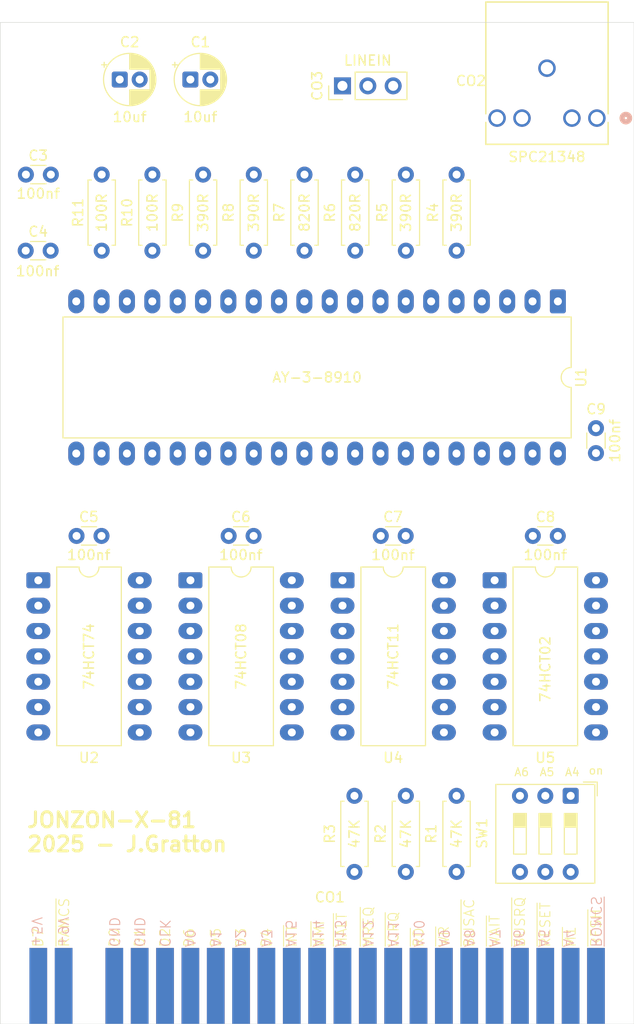
<source format=kicad_pcb>
(kicad_pcb (version 20241229) (generator "pcbnew") (generator_version "9.0")
  (layers (0 "F.Cu" signal) (2 "B.Cu" signal) (13 "F.Paste" user) (15 "B.Paste" user) (5 "F.SilkS" user "F.Silkscreen") (7 "B.SilkS" user "B.Silkscreen") (1 "F.Mask" user) (3 "B.Mask" user) (25 "Edge.Cuts" user))
  (net 0 "")
  (net 1 "Net-(C1-Pad2)")
  (net 2 "Net-(C1-Pad1)")
  (net 3 "Net-(C2-Pad1)")
  (net 4 "Net-(C2-Pad2)")
  (net 5 "GND")
  (net 6 "VCC")
  (net 7 "/CLK")
  (net 8 "/D2")
  (net 9 "/D7")
  (net 10 "Net-(CO3-Pin_2)")
  (net 11 "/D5")
  (net 12 "Net-(CO3-Pin_1)")
  (net 16 "/A5")
  (net 20 "/~{RESET}")
  (net 22 "/A7")
  (net 25 "/D4")
  (net 27 "/A4")
  (net 28 "/A3")
  (net 29 "/~{RD}")
  (net 30 "/D6")
  (net 31 "/A6")
  (net 32 "/A2")
  (net 33 "/~{IOREQ}")
  (net 35 "/A1")
  (net 36 "/A0")
  (net 37 "/D3")
  (net 39 "/D0")
  (net 40 "/~{WR}")
  (net 41 "/D1")
  (net 48 "Net-(R1-Pad2)")
  (net 49 "Net-(R2-Pad2)")
  (net 50 "Net-(R3-Pad2)")
  (net 51 "/OUTB")
  (net 52 "/OUTA")
  (net 53 "/OUTC")
  (net 68 "/PSGCLK")
  (net 69 "/BDIR")
  (net 73 "/BC1")
  (net 77 "/VALID")
  (net 78 "/IORD")
  (net 79 "/IOWR")
  (net 85 "Net-(U2A-D)")
  (net 86 "Net-(U3-Pad6)")
  (net 88 "Net-(U3-Pad11)")
  (net 89 "Net-(U4-Pad12)")
  (net 90 "Net-(U4-Pad5)")
  (net 91 "Net-(U5-Pad11)")
  (footprint "Capacitor_THT:C_Disc_D3.0mm_W1.6mm_P2.50mm" (layer "F.Cu") (at 59.71 99.695)
    (property "Reference" "C5" (at 1.23 -1.905 0) (layer "F.SilkS"))
    (property "Value" "100nf" (at 1.23 1.905 0) (layer "F.SilkS"))
    (pad "1" thru_hole circle (at 0 0) (size 1.6 1.6) (drill 0.8) (layers "*.Cu" "*.Mask") (net 6 "VCC"))
    (pad "2" thru_hole circle (at 2.5 0) (size 1.6 1.6) (drill 0.8) (layers "*.Cu" "*.Mask") (net 5 "GND"))
  )
  (footprint "Resistor_THT:R_Axial_DIN0207_L6.3mm_D2.5mm_P7.62mm_Horizontal" (layer "F.Cu") (at 97.79 71.12 90)
    (property "Reference" "R4" (at 3.81 -2.37 90) (layer "F.SilkS"))
    (property "Value" "390R" (at 3.81 0 90) (layer "F.SilkS"))
    (pad "1" thru_hole circle (at 0 0 90) (size 1.6 1.6) (drill 0.8) (layers "*.Cu" "*.Mask") (net 52 "/OUTA"))
    (pad "2" thru_hole circle (at 7.62 0 90) (size 1.6 1.6) (drill 0.8) (layers "*.Cu" "*.Mask") (net 2 "Net-(C1-Pad1)"))
  )
  (footprint "Package_DIP:DIP-40_W15.24mm_LongPads" (layer "F.Cu") (at 107.94 76.2 -90)
    (property "Reference" "U1" (at 7.62 -2.33 90) (layer "F.SilkS"))
    (property "Value" "AY-3-8910" (at 7.615 24.125 180) (layer "F.SilkS"))
    (pad "1" thru_hole roundrect (at 0 0 270) (size 2.4 1.6) (drill 0.8) (layers "*.Cu" "*.Mask") (roundrect_rratio 0.15625) (net 5 "GND"))
    (pad "2" thru_hole oval (at 0 2.54 270) (size 2.4 1.6) (drill 0.8) (layers "*.Cu" "*.Mask"))
    (pad "3" thru_hole oval (at 0 5.08 270) (size 2.4 1.6) (drill 0.8) (layers "*.Cu" "*.Mask") (net 51 "/OUTB"))
    (pad "4" thru_hole oval (at 0 7.62 270) (size 2.4 1.6) (drill 0.8) (layers "*.Cu" "*.Mask") (net 52 "/OUTA"))
    (pad "5" thru_hole oval (at 0 10.16 270) (size 2.4 1.6) (drill 0.8) (layers "*.Cu" "*.Mask"))
    (pad "6" thru_hole oval (at 0 12.7 270) (size 2.4 1.6) (drill 0.8) (layers "*.Cu" "*.Mask"))
    (pad "7" thru_hole oval (at 0 15.24 270) (size 2.4 1.6) (drill 0.8) (layers "*.Cu" "*.Mask"))
    (pad "8" thru_hole oval (at 0 17.78 270) (size 2.4 1.6) (drill 0.8) (layers "*.Cu" "*.Mask"))
    (pad "9" thru_hole oval (at 0 20.32 270) (size 2.4 1.6) (drill 0.8) (layers "*.Cu" "*.Mask"))
    (pad "10" thru_hole oval (at 0 22.86 270) (size 2.4 1.6) (drill 0.8) (layers "*.Cu" "*.Mask"))
    (pad "11" thru_hole oval (at 0 25.4 270) (size 2.4 1.6) (drill 0.8) (layers "*.Cu" "*.Mask"))
    (pad "12" thru_hole oval (at 0 27.94 270) (size 2.4 1.6) (drill 0.8) (layers "*.Cu" "*.Mask"))
    (pad "13" thru_hole oval (at 0 30.48 270) (size 2.4 1.6) (drill 0.8) (layers "*.Cu" "*.Mask"))
    (pad "14" thru_hole oval (at 0 33.02 270) (size 2.4 1.6) (drill 0.8) (layers "*.Cu" "*.Mask"))
    (pad "15" thru_hole oval (at 0 35.56 270) (size 2.4 1.6) (drill 0.8) (layers "*.Cu" "*.Mask"))
    (pad "16" thru_hole oval (at 0 38.1 270) (size 2.4 1.6) (drill 0.8) (layers "*.Cu" "*.Mask"))
    (pad "17" thru_hole oval (at 0 40.64 270) (size 2.4 1.6) (drill 0.8) (layers "*.Cu" "*.Mask"))
    (pad "18" thru_hole oval (at 0 43.18 270) (size 2.4 1.6) (drill 0.8) (layers "*.Cu" "*.Mask"))
    (pad "19" thru_hole oval (at 0 45.72 270) (size 2.4 1.6) (drill 0.8) (layers "*.Cu" "*.Mask"))
    (pad "20" thru_hole oval (at 0 48.26 270) (size 2.4 1.6) (drill 0.8) (layers "*.Cu" "*.Mask"))
    (pad "21" thru_hole oval (at 15.24 48.26 270) (size 2.4 1.6) (drill 0.8) (layers "*.Cu" "*.Mask"))
    (pad "22" thru_hole oval (at 15.24 45.72 270) (size 2.4 1.6) (drill 0.8) (layers "*.Cu" "*.Mask") (net 68 "/PSGCLK"))
    (pad "23" thru_hole oval (at 15.24 43.18 270) (size 2.4 1.6) (drill 0.8) (layers "*.Cu" "*.Mask") (net 20 "/~{RESET}"))
    (pad "24" thru_hole oval (at 15.24 40.64 270) (size 2.4 1.6) (drill 0.8) (layers "*.Cu" "*.Mask") (net 6 "VCC"))
    (pad "25" thru_hole oval (at 15.24 38.1 270) (size 2.4 1.6) (drill 0.8) (layers "*.Cu" "*.Mask") (net 6 "VCC"))
    (pad "26" thru_hole oval (at 15.24 35.56 270) (size 2.4 1.6) (drill 0.8) (layers "*.Cu" "*.Mask"))
    (pad "27" thru_hole oval (at 15.24 33.02 270) (size 2.4 1.6) (drill 0.8) (layers "*.Cu" "*.Mask") (net 69 "/BDIR"))
    (pad "28" thru_hole oval (at 15.24 30.48 270) (size 2.4 1.6) (drill 0.8) (layers "*.Cu" "*.Mask") (net 6 "VCC"))
    (pad "29" thru_hole oval (at 15.24 27.94 270) (size 2.4 1.6) (drill 0.8) (layers "*.Cu" "*.Mask") (net 73 "/BC1"))
    (pad "30" thru_hole oval (at 15.24 25.4 270) (size 2.4 1.6) (drill 0.8) (layers "*.Cu" "*.Mask") (net 9 "/D7"))
    (pad "31" thru_hole oval (at 15.24 22.86 270) (size 2.4 1.6) (drill 0.8) (layers "*.Cu" "*.Mask") (net 30 "/D6"))
    (pad "32" thru_hole oval (at 15.24 20.32 270) (size 2.4 1.6) (drill 0.8) (layers "*.Cu" "*.Mask") (net 11 "/D5"))
    (pad "33" thru_hole oval (at 15.24 17.78 270) (size 2.4 1.6) (drill 0.8) (layers "*.Cu" "*.Mask") (net 25 "/D4"))
    (pad "34" thru_hole oval (at 15.24 15.24 270) (size 2.4 1.6) (drill 0.8) (layers "*.Cu" "*.Mask") (net 37 "/D3"))
    (pad "35" thru_hole oval (at 15.24 12.7 270) (size 2.4 1.6) (drill 0.8) (layers "*.Cu" "*.Mask") (net 8 "/D2"))
    (pad "36" thru_hole oval (at 15.24 10.16 270) (size 2.4 1.6) (drill 0.8) (layers "*.Cu" "*.Mask") (net 41 "/D1"))
    (pad "37" thru_hole oval (at 15.24 7.62 270) (size 2.4 1.6) (drill 0.8) (layers "*.Cu" "*.Mask") (net 39 "/D0"))
    (pad "38" thru_hole oval (at 15.24 5.08 270) (size 2.4 1.6) (drill 0.8) (layers "*.Cu" "*.Mask") (net 53 "/OUTC"))
    (pad "39" thru_hole oval (at 15.24 2.54 270) (size 2.4 1.6) (drill 0.8) (layers "*.Cu" "*.Mask"))
    (pad "40" thru_hole oval (at 15.24 0 270) (size 2.4 1.6) (drill 0.8) (layers "*.Cu" "*.Mask") (net 6 "VCC"))
  )
  (footprint "Resistor_THT:R_Axial_DIN0207_L6.3mm_D2.5mm_P7.62mm_Horizontal" (layer "F.Cu") (at 62.23 71.12 90)
    (property "Reference" "R11" (at 3.81 -2.37 90) (layer "F.SilkS"))
    (property "Value" "100R" (at 3.81 0 90) (layer "F.SilkS"))
    (pad "1" thru_hole circle (at 0 0 90) (size 1.6 1.6) (drill 0.8) (layers "*.Cu" "*.Mask") (net 4 "Net-(C2-Pad2)"))
    (pad "2" thru_hole circle (at 7.62 0 90) (size 1.6 1.6) (drill 0.8) (layers "*.Cu" "*.Mask") (net 12 "Net-(CO3-Pin_1)"))
  )
  (footprint "Capacitor_THT:C_Disc_D3.0mm_W1.6mm_P2.50mm" (layer "F.Cu") (at 54.635 63.5)
    (property "Reference" "C3" (at 1.235 -1.905 0) (layer "F.SilkS"))
    (property "Value" "100nf" (at 1.235 1.905 0) (layer "F.SilkS"))
    (pad "1" thru_hole circle (at 0 0) (size 1.6 1.6) (drill 0.8) (layers "*.Cu" "*.Mask") (net 10 "Net-(CO3-Pin_2)"))
    (pad "2" thru_hole circle (at 2.5 0) (size 1.6 1.6) (drill 0.8) (layers "*.Cu" "*.Mask") (net 5 "GND"))
  )
  (footprint "Resistor_THT:R_Axial_DIN0207_L6.3mm_D2.5mm_P7.62mm_Horizontal" (layer "F.Cu") (at 87.555 125.73 -90)
    (property "Reference" "R3" (at 3.81 2.47 90) (layer "F.SilkS"))
    (property "Value" "47K" (at 3.81 0 90) (layer "F.SilkS"))
    (pad "1" thru_hole circle (at 0 0 270) (size 1.6 1.6) (drill 0.8) (layers "*.Cu" "*.Mask") (net 6 "VCC"))
    (pad "2" thru_hole circle (at 7.62 0 270) (size 1.6 1.6) (drill 0.8) (layers "*.Cu" "*.Mask") (net 50 "Net-(R3-Pad2)"))
  )
  (footprint "Capacitor_THT:C_Disc_D3.0mm_W1.6mm_P2.50mm" (layer "F.Cu") (at 74.95 99.695)
    (property "Reference" "C6" (at 1.23 -1.905 0) (layer "F.SilkS"))
    (property "Value" "100nf" (at 1.23 1.905 0) (layer "F.SilkS"))
    (pad "1" thru_hole circle (at 0 0) (size 1.6 1.6) (drill 0.8) (layers "*.Cu" "*.Mask") (net 6 "VCC"))
    (pad "2" thru_hole circle (at 2.5 0) (size 1.6 1.6) (drill 0.8) (layers "*.Cu" "*.Mask") (net 5 "GND"))
  )
  (footprint "ZX81_FOOTPRINT:EDGE ZX81 TOP" (layer "F.Cu") (at 85.1096 144.78)
    (property "Reference" "CO1" (at -0.019618 -8.89 0) (layer "F.SilkS"))
    (property "Value" "Connector ZX81" (hide yes))
    (fp_text user "~{RAMCS}" (at -26.638274 -3.81 90) (layer "F.SilkS") (effects (font (thickness 0.1)) (justify left)))
    (fp_text user "D4" (at -6.374618 -3.81 90) (layer "F.SilkS") (effects (font (thickness 0.1)) (justify left)))
    (fp_text user "~{BUSRQ}" (at 19.025382 -3.81 90) (layer "F.SilkS") (effects (font (thickness 0.1)) (justify left)))
    (fp_text user "~{IORQ}" (at 6.35 -3.81 90) (layer "F.SilkS") (effects (font (thickness 0.1)) (justify left)))
    (fp_text user "~{RESET}" (at 21.565382 -3.81 90) (layer "F.SilkS") (effects (font (thickness 0.1)) (justify left)))
    (fp_text user "D3" (at -8.914618 -3.81 90) (layer "F.SilkS") (effects (font (thickness 0.1)) (justify left)))
    (fp_text user "D7" (at -29.234618 -3.81 90) (layer "F.SilkS") (effects (font (thickness 0.1)) (justify left)))
    (fp_text user "~{RD}" (at 8.865382 -3.81 90) (layer "F.SilkS") (effects (font (thickness 0.1)) (justify left)))
    (fp_text user "~{MREQ}" (at 3.85 -3.81 90) (layer "F.SilkS") (effects (font (thickness 0.1)) (justify left)))
    (fp_text user "~{RFSH}" (at 26.65 -3.81 90) (layer "F.SilkS") (effects (font (thickness 0.1)) (justify left)))
    (fp_text user "~{WR}" (at 11.405382 -3.81 90) (layer "F.SilkS") (effects (font (thickness 0.1)) (justify left)))
    (fp_text user "~{INT}" (at -3.834618 -3.81 90) (layer "F.SilkS") (effects (font (thickness 0.1)) (justify left)))
    (fp_text user "~{WAIT}" (at 16.485382 -3.81 90) (layer "F.SilkS") (effects (font (thickness 0.1)) (justify left)))
    (fp_text user "D5" (at -11.454618 -3.81 90) (layer "F.SilkS") (effects (font (thickness 0.1)) (justify left)))
    (fp_text user "~{HALT}" (at 1.161726 -3.81 90) (layer "F.SilkS") (effects (font (thickness 0.1)) (justify left)))
    (fp_text user "D0" (at -21.614618 -3.81 90) (layer "F.SilkS") (effects (font (thickness 0.1)) (justify left)))
    (fp_text user "D1" (at -19.074618 -3.81 90) (layer "F.SilkS") (effects (font (thickness 0.1)) (justify left)))
    (fp_text user "~{NMI}" (at -1.088274 -3.81 90) (layer "F.SilkS") (effects (font (thickness 0.1)) (justify left)))
    (fp_text user "~{BUSAC}" (at 13.945382 -3.81 90) (layer "F.SilkS") (effects (font (thickness 0.1)) (justify left)))
    (fp_text user "D2" (at -16.534618 -3.81 90) (layer "F.SilkS") (effects (font (thickness 0.1)) (justify left)))
    (fp_text user "~{M1}" (at 24.105382 -3.81 90) (layer "F.SilkS") (effects (font (thickness 0.1)) (justify left)))
    (fp_text user "D6" (at -14.122522 -3.81 90) (layer "F.SilkS") (effects (font (thickness 0.1)) (justify left)))
    (fp_text user "A4" (at 23.865432 -3.81 270) (layer "B.SilkS") (effects (font (thickness 0.1)) (justify left mirror)))
    (fp_text user "CLK" (at -16.55 -3.81 270) (layer "B.SilkS") (effects (font (thickness 0.1)) (justify left mirror)))
    (fp_text user "A11" (at 6.325382 -3.81 270) (layer "B.SilkS") (effects (font (thickness 0.1)) (justify left mirror)))
    (fp_text user "A15" (at -3.95 -3.81 270) (layer "B.SilkS") (effects (font (thickness 0.1)) (justify left mirror)))
    (fp_text user "GND" (at -19.1 -3.81 270) (layer "B.SilkS") (effects (font (thickness 0.1)) (justify left mirror)))
    (fp_text user "A7" (at 16.485382 -3.81 270) (layer "B.SilkS") (effects (font (thickness 0.1)) (justify left mirror)))
    (fp_text user "+5V" (at -29.4 -3.81 270) (layer "B.SilkS") (effects (font (thickness 0.1)) (justify left mirror)))
    (fp_text user "A5" (at 21.372222 -3.81 270) (layer "B.SilkS") (effects (font (thickness 0.1)) (justify left mirror)))
    (fp_text user "A14" (at -1.25 -3.81 270) (layer "B.SilkS") (effects (font (thickness 0.1)) (justify left mirror)))
    (fp_text user "~{ROMCS}" (at 26.645382 -3.81 270) (layer "B.SilkS") (effects (font (thickness 0.1)) (justify left mirror)))
    (fp_text user "GND" (at -21.614618 -3.81 270) (layer "B.SilkS") (effects (font (thickness 0.1)) (justify left mirror)))
    (fp_text user "A12" (at 3.785382 -3.81 270) (layer "B.SilkS") (effects (font (thickness 0.1)) (justify left mirror)))
    (fp_text user "A10" (at 8.887654 -3.81 270) (layer "B.SilkS") (effects (font (thickness 0.1)) (justify left mirror)))
    (fp_text user "A0" (at -14.05 -3.81 270) (layer "B.SilkS") (effects (font (thickness 0.1)) (justify left mirror)))
    (fp_text user "A2" (at -9 -3.81 270) (layer "B.SilkS") (effects (font (thickness 0.1)) (justify left mirror)))
    (fp_text user "A1" (at -11.45 -3.81 270) (layer "B.SilkS") (effects (font (thickness 0.1)) (justify left mirror)))
    (fp_text user "A8" (at 13.945382 -3.81 270) (layer "B.SilkS") (effects (font (thickness 0.1)) (justify left mirror)))
    (fp_text user "A3" (at -6.374618 -3.81 270) (layer "B.SilkS") (effects (font (thickness 0.1)) (justify left mirror)))
    (fp_text user "A9" (at 11.405382 -3.81 270) (layer "B.SilkS") (effects (font (thickness 0.1)) (justify left mirror)))
    (fp_text user "A13" (at 0.99321 -3.81 270) (layer "B.SilkS") (effects (font (thickness 0.1)) (justify left mirror)))
    (fp_text user "+9V" (at -26.75 -3.81 270) (layer "B.SilkS") (effects (font (thickness 0.1)) (justify left mirror)))
    (fp_text user "A6" (at 18.879012 -3.81 270) (layer "B.SilkS") (effects (font (thickness 0.1)) (justify left mirror)))
    (pad "A3" connect rect (at -29.234618 0 180) (size 1.778 7.62) (layers "B.Cu" "B.Mask") (net 6 "VCC"))
    (pad "A4" connect rect (at -26.694618 0 180) (size 1.778 7.62) (layers "B.Cu" "B.Mask"))
    (pad "A6" connect rect (at -21.614618 0 180) (size 1.778 7.62) (layers "B.Cu" "B.Mask") (net 5 "GND"))
    (pad "A7" connect rect (at -19.074618 0 180) (size 1.778 7.62) (layers "B.Cu" "B.Mask") (net 5 "GND"))
    (pad "A8" connect rect (at -16.534618 0 180) (size 1.778 7.62) (layers "B.Cu" "B.Mask") (net 7 "/CLK"))
    (pad "A9" connect rect (at -13.994618 0 180) (size 1.778 7.62) (layers "B.Cu" "B.Mask") (net 36 "/A0"))
    (pad "A10" connect rect (at -11.454618 0 180) (size 1.778 7.62) (layers "B.Cu" "B.Mask") (net 35 "/A1"))
    (pad "A11" connect rect (at -8.914618 0 180) (size 1.778 7.62) (layers "B.Cu" "B.Mask") (net 32 "/A2"))
    (pad "A12" connect rect (at -6.374618 0 180) (size 1.778 7.62) (layers "B.Cu" "B.Mask") (net 28 "/A3"))
    (pad "A13" connect rect (at -3.834618 0 180) (size 1.778 7.62) (layers "B.Cu" "B.Mask"))
    (pad "A14" connect rect (at -1.294618 0 180) (size 1.778 7.62) (layers "B.Cu" "B.Mask"))
    (pad "A15" connect rect (at 1.245382 0 180) (size 1.778 7.62) (layers "B.Cu" "B.Mask"))
    (pad "A16" connect rect (at 3.785382 0 180) (size 1.778 7.62) (layers "B.Cu" "B.Mask"))
    (pad "A17" connect rect (at 6.325382 0 180) (size 1.778 7.62) (layers "B.Cu" "B.Mask"))
    (pad "A18" connect rect (at 8.865382 0 180) (size 1.778 7.62) (layers "B.Cu" "B.Mask"))
    (pad "A19" connect rect (at 11.405382 0 180) (size 1.778 7.62) (layers "B.Cu" "B.Mask"))
    (pad "A20" connect rect (at 13.945382 0 180) (size 1.778 7.62) (layers "B.Cu" "B.Mask"))
    (pad "A21" connect rect (at 16.485382 0 180) (size 1.778 7.62) (layers "B.Cu" "B.Mask") (net 22 "/A7"))
    (pad "A22" connect rect (at 19.025382 0 180) (size 1.778 7.62) (layers "B.Cu" "B.Mask") (net 31 "/A6"))
    (pad "A23" connect rect (at 21.565382 0 180) (size 1.778 7.62) (layers "B.Cu" "B.Mask") (net 16 "/A5"))
    (pad "A24" connect rect (at 24.105382 0 180) (size 1.778 7.62) (layers "B.Cu" "B.Mask") (net 27 "/A4"))
    (pad "A25" connect rect (at 26.645382 0 180) (size 1.778 7.62) (layers "B.Cu" "B.Mask"))
    (pad "B3" connect rect (at -29.234618 0 180) (size 1.778 7.62) (layers "F.Cu" "F.Mask") (net 9 "/D7"))
    (pad "B4" connect rect (at -26.694618 0 180) (size 1.778 7.62) (layers "F.Cu" "F.Mask"))
    (pad "B6" connect rect (at -21.614618 0 180) (size 1.778 7.62) (layers "F.Cu" "F.Mask") (net 39 "/D0"))
    (pad "B7" connect rect (at -19.074618 0 180) (size 1.778 7.62) (layers "F.Cu" "F.Mask") (net 41 "/D1"))
    (pad "B8" connect rect (at -16.534618 0 180) (size 1.778 7.62) (layers "F.Cu" "F.Mask") (net 8 "/D2"))
    (pad "B9" connect rect (at -13.994618 0 180) (size 1.778 7.62) (layers "F.Cu" "F.Mask") (net 30 "/D6"))
    (pad "B10" connect rect (at -11.454618 0 180) (size 1.778 7.62) (layers "F.Cu" "F.Mask") (net 11 "/D5"))
    (pad "B11" connect rect (at -8.914618 0 180) (size 1.778 7.62) (layers "F.Cu" "F.Mask") (net 37 "/D3"))
    (pad "B12" connect rect (at -6.384618 0 180) (size 1.778 7.62) (layers "F.Cu" "F.Mask") (net 25 "/D4"))
    (pad "B13" connect rect (at -3.834618 0 180) (size 1.778 7.62) (layers "F.Cu" "F.Mask"))
    (pad "B14" connect rect (at -1.294618 0 180) (size 1.778 7.62) (layers "F.Cu" "F.Mask"))
    (pad "B15" connect rect (at 1.245382 0 180) (size 1.778 7.62) (layers "F.Cu" "F.Mask"))
    (pad "B16" connect rect (at 3.785382 0 180) (size 1.778 7.62) (layers "F.Cu" "F.Mask"))
    (pad "B17" connect rect (at 6.325382 0 180) (size 1.778 7.62) (layers "F.Cu" "F.Mask") (net 33 "/~{IOREQ}"))
    (pad "B18" connect rect (at 8.865382 0 180) (size 1.778 7.62) (layers "F.Cu" "F.Mask") (net 29 "/~{RD}"))
    (pad "B19" connect rect (at 11.405382 0 180) (size 1.778 7.62) (layers "F.Cu" "F.Mask") (net 40 "/~{WR}"))
    (pad "B20" connect rect (at 13.945382 0 180) (size 1.778 7.62) (layers "F.Cu" "F.Mask"))
    (pad "B21" connect rect (at 16.485382 0 180) (size 1.778 7.62) (layers "F.Cu" "F.Mask"))
    (pad "B22" connect rect (at 19.025382 0 180) (size 1.778 7.62) (layers "F.Cu" "F.Mask"))
    (pad "B23" connect rect (at 21.565382 0 180) (size 1.778 7.62) (layers "F.Cu" "F.Mask") (net 20 "/~{RESET}"))
    (pad "B24" connect rect (at 24.105382 0 180) (size 1.778 7.62) (layers "F.Cu" "F.Mask"))
    (pad "B25" connect rect (at 26.645382 0 180) (size 1.778 7.62) (layers "F.Cu" "F.Mask"))
  )
  (footprint "Resistor_THT:R_Axial_DIN0207_L6.3mm_D2.5mm_P7.62mm_Horizontal" (layer "F.Cu") (at 97.785 125.73 -90)
    (property "Reference" "R1" (at 3.81 2.54 90) (layer "F.SilkS"))
    (property "Value" "47K" (at 3.81 0 90) (layer "F.SilkS"))
    (pad "1" thru_hole circle (at 0 0 270) (size 1.6 1.6) (drill 0.8) (layers "*.Cu" "*.Mask") (net 6 "VCC"))
    (pad "2" thru_hole circle (at 7.62 0 270) (size 1.6 1.6) (drill 0.8) (layers "*.Cu" "*.Mask") (net 48 "Net-(R1-Pad2)"))
  )
  (footprint "Button_Switch_THT:SW_DIP_SPSTx03_Slide_9.78x9.8mm_W7.62mm_P2.54mm" (layer "F.Cu") (at 109.22 125.73 -90)
    (property "Reference" "SW1" (at 3.7675 8.8825 90) (layer "F.SilkS"))
    (property "Value" "SW_DIP_x03" (hide yes))
    (fp_text user "on" (at -2.54 -2.54 0) (layer "F.SilkS") (effects (font (size 0.8 0.8) (thickness 0.12))))
    (pad "1" thru_hole roundrect (at 0 0 270) (size 1.6 1.6) (drill 0.8) (layers "*.Cu" "*.Mask") (roundrect_rratio 0.15625) (net 50 "Net-(R3-Pad2)"))
    (pad "2" thru_hole circle (at 0 2.54 270) (size 1.6 1.6) (drill 0.8) (layers "*.Cu" "*.Mask") (net 49 "Net-(R2-Pad2)"))
    (pad "3" thru_hole circle (at 0 5.08 270) (size 1.6 1.6) (drill 0.8) (layers "*.Cu" "*.Mask") (net 48 "Net-(R1-Pad2)"))
    (pad "4" thru_hole circle (at 7.62 5.08 270) (size 1.6 1.6) (drill 0.8) (layers "*.Cu" "*.Mask") (net 31 "/A6"))
    (pad "5" thru_hole circle (at 7.62 2.54 270) (size 1.6 1.6) (drill 0.8) (layers "*.Cu" "*.Mask") (net 16 "/A5"))
    (pad "6" thru_hole circle (at 7.62 0 270) (size 1.6 1.6) (drill 0.8) (layers "*.Cu" "*.Mask") (net 27 "/A4"))
  )
  (footprint "Resistor_THT:R_Axial_DIN0207_L6.3mm_D2.5mm_P7.62mm_Horizontal" (layer "F.Cu") (at 77.47 63.5 -90)
    (property "Reference" "R8" (at 3.81 2.535 90) (layer "F.SilkS"))
    (property "Value" "390R" (at 3.81 0 90) (layer "F.SilkS"))
    (pad "1" thru_hole circle (at 0 0 270) (size 1.6 1.6) (drill 0.8) (layers "*.Cu" "*.Mask") (net 2 "Net-(C1-Pad1)"))
    (pad "2" thru_hole circle (at 7.62 0 270) (size 1.6 1.6) (drill 0.8) (layers "*.Cu" "*.Mask") (net 5 "GND"))
  )
  (footprint "Resistor_THT:R_Axial_DIN0207_L6.3mm_D2.5mm_P7.62mm_Horizontal" (layer "F.Cu") (at 92.705 125.73 -90)
    (property "Reference" "R2" (at 3.81 2.54 90) (layer "F.SilkS"))
    (property "Value" "47K" (at 3.81 0 90) (layer "F.SilkS"))
    (pad "1" thru_hole circle (at 0 0 270) (size 1.6 1.6) (drill 0.8) (layers "*.Cu" "*.Mask") (net 6 "VCC"))
    (pad "2" thru_hole circle (at 7.62 0 270) (size 1.6 1.6) (drill 0.8) (layers "*.Cu" "*.Mask") (net 49 "Net-(R2-Pad2)"))
  )
  (footprint "Connector_PinHeader_2.54mm:PinHeader_1x03_P2.54mm_Vertical" (layer "F.Cu") (at 86.355 54.61 90)
    (property "Reference" "CO3" (at 0 -2.535 90) (layer "F.SilkS"))
    (property "Value" "LINEIN" (at 2.54 2.54 0) (layer "F.SilkS"))
    (pad "1" thru_hole rect (at 0 0 90) (size 1.7 1.7) (drill 1) (layers "*.Cu" "*.Mask") (net 12 "Net-(CO3-Pin_1)"))
    (pad "2" thru_hole circle (at 0 2.54 90) (size 1.7 1.7) (drill 1) (layers "*.Cu" "*.Mask") (net 10 "Net-(CO3-Pin_2)"))
    (pad "3" thru_hole circle (at 0 5.08 90) (size 1.7 1.7) (drill 1) (layers "*.Cu" "*.Mask") (net 5 "GND"))
  )
  (footprint "Capacitor_THT:C_Disc_D3.0mm_W1.6mm_P2.50mm" (layer "F.Cu") (at 54.615 71.12)
    (property "Reference" "C4" (at 1.25 -1.905 0) (layer "F.SilkS"))
    (property "Value" "100nf" (at 1.195 2.05 0) (layer "F.SilkS"))
    (pad "1" thru_hole circle (at 0 0) (size 1.6 1.6) (drill 0.8) (layers "*.Cu" "*.Mask") (net 12 "Net-(CO3-Pin_1)"))
    (pad "2" thru_hole circle (at 2.5 0) (size 1.6 1.6) (drill 0.8) (layers "*.Cu" "*.Mask") (net 5 "GND"))
  )
  (footprint "Capacitor_THT:CP_Radial_D5.0mm_P2.00mm" (layer "F.Cu") (at 64.035 53.975)
    (property "Reference" "C2" (at 1 -3.75 0) (layer "F.SilkS"))
    (property "Value" "10uf" (at 1 3.75 0) (layer "F.SilkS"))
    (pad "1" thru_hole roundrect (at 0 0) (size 1.6 1.6) (drill 0.8) (layers "*.Cu" "*.Mask") (roundrect_rratio 0.15625) (net 3 "Net-(C2-Pad1)"))
    (pad "2" thru_hole circle (at 2 0) (size 1.6 1.6) (drill 0.8) (layers "*.Cu" "*.Mask") (net 4 "Net-(C2-Pad2)"))
  )
  (footprint "Resistor_THT:R_Axial_DIN0207_L6.3mm_D2.5mm_P7.62mm_Horizontal" (layer "F.Cu") (at 82.55 63.5 -90)
    (property "Reference" "R7" (at 3.81 2.535 90) (layer "F.SilkS"))
    (property "Value" "820R" (at 3.81 0 90) (layer "F.SilkS"))
    (pad "1" thru_hole circle (at 0 0 270) (size 1.6 1.6) (drill 0.8) (layers "*.Cu" "*.Mask") (net 2 "Net-(C1-Pad1)"))
    (pad "2" thru_hole circle (at 7.62 0 270) (size 1.6 1.6) (drill 0.8) (layers "*.Cu" "*.Mask") (net 53 "/OUTC"))
  )
  (footprint "Resistor_THT:R_Axial_DIN0207_L6.3mm_D2.5mm_P7.62mm_Horizontal" (layer "F.Cu") (at 92.71 71.12 90)
    (property "Reference" "R5" (at 3.81 -2.37 90) (layer "F.SilkS"))
    (property "Value" "390R" (at 3.81 0 90) (layer "F.SilkS"))
    (pad "1" thru_hole circle (at 0 0 90) (size 1.6 1.6) (drill 0.8) (layers "*.Cu" "*.Mask") (net 51 "/OUTB"))
    (pad "2" thru_hole circle (at 7.62 0 90) (size 1.6 1.6) (drill 0.8) (layers "*.Cu" "*.Mask") (net 3 "Net-(C2-Pad1)"))
  )
  (footprint "AudioJack:CONN5_SPC21348_MTC" (layer "F.Cu") (at 111.8451 57.84 180)
    (property "Reference" "CO2" (at 12.62 3.73 0) (layer "F.SilkS"))
    (property "Value" "SPC21348" (at 5 -3.89 0) (layer "F.SilkS"))
    (pad "" np_thru_hole circle (at 0 5 180) (size 1.1938 1.1938) (drill 1.1938) (layers "*.Cu" "*.Mask"))
    (pad "" np_thru_hole circle (at 0 7.5 180) (size 1.1938 1.1938) (drill 1.1938) (layers "*.Cu" "*.Mask"))
    (pad "" np_thru_hole circle (at 5 0 180) (size 1.1938 1.1938) (drill 1.1938) (layers "*.Cu" "*.Mask"))
    (pad "" np_thru_hole circle (at 10 5 180) (size 1.1938 1.1938) (drill 1.1938) (layers "*.Cu" "*.Mask"))
    (pad "" np_thru_hole circle (at 10 7.5 180) (size 1.1938 1.1938) (drill 1.1938) (layers "*.Cu" "*.Mask"))
    (pad "1" thru_hole circle (at 0 0 180) (size 1.7526 1.7526) (drill 1.2446) (layers "*.Cu" "*.Mask"))
    (pad "2" thru_hole circle (at 2.5 0 180) (size 1.7526 1.7526) (drill 1.2446) (layers "*.Cu" "*.Mask") (net 10 "Net-(CO3-Pin_2)"))
    (pad "3" thru_hole circle (at 7.5 0 180) (size 1.7526 1.7526) (drill 1.2446) (layers "*.Cu" "*.Mask") (net 12 "Net-(CO3-Pin_1)"))
    (pad "4" thru_hole circle (at 10 0 180) (size 1.7526 1.7526) (drill 1.2446) (layers "*.Cu" "*.Mask"))
    (pad "5" thru_hole circle (at 5 5 180) (size 1.7526 1.7526) (drill 1.2446) (layers "*.Cu" "*.Mask") (net 5 "GND"))
  )
  (footprint "Package_DIP:DIP-14_W10.16mm_LongPads" (layer "F.Cu") (at 86.36 104.14)
    (property "Reference" "U4" (at 5.075 17.78 0) (layer "F.SilkS"))
    (property "Value" "74HCT11" (at 5.075 7.62 90) (layer "F.SilkS"))
    (pad "1" thru_hole roundrect (at 0 0) (size 2.4 1.6) (drill 0.8) (layers "*.Cu" "*.Mask") (roundrect_rratio 0.15625) (net 28 "/A3"))
    (pad "2" thru_hole oval (at 0 2.54) (size 2.4 1.6) (drill 0.8) (layers "*.Cu" "*.Mask") (net 32 "/A2"))
    (pad "3" thru_hole oval (at 0 5.08) (size 2.4 1.6) (drill 0.8) (layers "*.Cu" "*.Mask") (net 89 "Net-(U4-Pad12)"))
    (pad "4" thru_hole oval (at 0 7.62) (size 2.4 1.6) (drill 0.8) (layers "*.Cu" "*.Mask") (net 36 "/A0"))
    (pad "5" thru_hole oval (at 0 10.16) (size 2.4 1.6) (drill 0.8) (layers "*.Cu" "*.Mask") (net 90 "Net-(U4-Pad5)"))
    (pad "6" thru_hole oval (at 0 12.7) (size 2.4 1.6) (drill 0.8) (layers "*.Cu" "*.Mask") (net 77 "/VALID"))
    (pad "7" thru_hole oval (at 0 15.24) (size 2.4 1.6) (drill 0.8) (layers "*.Cu" "*.Mask") (net 5 "GND"))
    (pad "8" thru_hole oval (at 10.16 15.24) (size 2.4 1.6) (drill 0.8) (layers "*.Cu" "*.Mask") (net 90 "Net-(U4-Pad5)"))
    (pad "9" thru_hole oval (at 10.16 12.7) (size 2.4 1.6) (drill 0.8) (layers "*.Cu" "*.Mask") (net 50 "Net-(R3-Pad2)"))
    (pad "10" thru_hole oval (at 10.16 10.16) (size 2.4 1.6) (drill 0.8) (layers "*.Cu" "*.Mask") (net 49 "Net-(R2-Pad2)"))
    (pad "11" thru_hole oval (at 10.16 7.62) (size 2.4 1.6) (drill 0.8) (layers "*.Cu" "*.Mask") (net 48 "Net-(R1-Pad2)"))
    (pad "12" thru_hole oval (at 10.16 5.08) (size 2.4 1.6) (drill 0.8) (layers "*.Cu" "*.Mask") (net 89 "Net-(U4-Pad12)"))
    (pad "13" thru_hole oval (at 10.16 2.54) (size 2.4 1.6) (drill 0.8) (layers "*.Cu" "*.Mask") (net 35 "/A1"))
    (pad "14" thru_hole oval (at 10.16 0) (size 2.4 1.6) (drill 0.8) (layers "*.Cu" "*.Mask") (net 6 "VCC"))
  )
  (footprint "Package_DIP:DIP-14_W10.16mm_LongPads" (layer "F.Cu") (at 101.6 104.14)
    (property "Reference" "U5" (at 5.075 17.78 0) (layer "F.SilkS"))
    (property "Value" "74HCT02" (at 5.075 8.89 90) (layer "F.SilkS"))
    (pad "1" thru_hole roundrect (at 0 0) (size 2.4 1.6) (drill 0.8) (layers "*.Cu" "*.Mask") (roundrect_rratio 0.15625) (net 79 "/IOWR"))
    (pad "2" thru_hole oval (at 0 2.54) (size 2.4 1.6) (drill 0.8) (layers "*.Cu" "*.Mask") (net 33 "/~{IOREQ}"))
    (pad "3" thru_hole oval (at 0 5.08) (size 2.4 1.6) (drill 0.8) (layers "*.Cu" "*.Mask") (net 40 "/~{WR}"))
    (pad "4" thru_hole oval (at 0 7.62) (size 2.4 1.6) (drill 0.8) (layers "*.Cu" "*.Mask") (net 91 "Net-(U5-Pad11)"))
    (pad "5" thru_hole oval (at 0 10.16) (size 2.4 1.6) (drill 0.8) (layers "*.Cu" "*.Mask") (net 86 "Net-(U3-Pad6)"))
    (pad "6" thru_hole oval (at 0 12.7) (size 2.4 1.6) (drill 0.8) (layers "*.Cu" "*.Mask") (net 88 "Net-(U3-Pad11)"))
    (pad "7" thru_hole oval (at 0 15.24) (size 2.4 1.6) (drill 0.8) (layers "*.Cu" "*.Mask") (net 5 "GND"))
    (pad "8" thru_hole oval (at 10.16 15.24) (size 2.4 1.6) (drill 0.8) (layers "*.Cu" "*.Mask") (net 33 "/~{IOREQ}"))
    (pad "9" thru_hole oval (at 10.16 12.7) (size 2.4 1.6) (drill 0.8) (layers "*.Cu" "*.Mask") (net 29 "/~{RD}"))
    (pad "10" thru_hole oval (at 10.16 10.16) (size 2.4 1.6) (drill 0.8) (layers "*.Cu" "*.Mask") (net 78 "/IORD"))
    (pad "11" thru_hole oval (at 10.16 7.62) (size 2.4 1.6) (drill 0.8) (layers "*.Cu" "*.Mask") (net 91 "Net-(U5-Pad11)"))
    (pad "12" thru_hole oval (at 10.16 5.08) (size 2.4 1.6) (drill 0.8) (layers "*.Cu" "*.Mask") (net 91 "Net-(U5-Pad11)"))
    (pad "13" thru_hole oval (at 10.16 2.54) (size 2.4 1.6) (drill 0.8) (layers "*.Cu" "*.Mask") (net 73 "/BC1"))
    (pad "14" thru_hole oval (at 10.16 0) (size 2.4 1.6) (drill 0.8) (layers "*.Cu" "*.Mask") (net 6 "VCC"))
  )
  (footprint "Capacitor_THT:CP_Radial_D5.0mm_P2.00mm" (layer "F.Cu") (at 71.115 53.975)
    (property "Reference" "C1" (at 1 -3.75 0) (layer "F.SilkS"))
    (property "Value" "10uf" (at 1 3.75 0) (layer "F.SilkS"))
    (pad "1" thru_hole roundrect (at 0 0) (size 1.6 1.6) (drill 0.8) (layers "*.Cu" "*.Mask") (roundrect_rratio 0.15625) (net 2 "Net-(C1-Pad1)"))
    (pad "2" thru_hole circle (at 2 0) (size 1.6 1.6) (drill 0.8) (layers "*.Cu" "*.Mask") (net 1 "Net-(C1-Pad2)"))
  )
  (footprint "Resistor_THT:R_Axial_DIN0207_L6.3mm_D2.5mm_P7.62mm_Horizontal" (layer "F.Cu") (at 87.63 63.5 -90)
    (property "Reference" "R6" (at 3.81 2.54 90) (layer "F.SilkS"))
    (property "Value" "820R" (at 3.81 0 90) (layer "F.SilkS"))
    (pad "1" thru_hole circle (at 0 0 270) (size 1.6 1.6) (drill 0.8) (layers "*.Cu" "*.Mask") (net 3 "Net-(C2-Pad1)"))
    (pad "2" thru_hole circle (at 7.62 0 270) (size 1.6 1.6) (drill 0.8) (layers "*.Cu" "*.Mask") (net 53 "/OUTC"))
  )
  (footprint "Capacitor_THT:C_Disc_D3.0mm_W1.6mm_P2.50mm" (layer "F.Cu") (at 111.755 88.9 -90)
    (property "Reference" "C9" (at -1.905 -0.005 0) (layer "F.SilkS"))
    (property "Value" "100nf" (at 1.27 -1.91 90) (layer "F.SilkS"))
    (pad "1" thru_hole circle (at 0 0 270) (size 1.6 1.6) (drill 0.8) (layers "*.Cu" "*.Mask") (net 6 "VCC"))
    (pad "2" thru_hole circle (at 2.5 0 270) (size 1.6 1.6) (drill 0.8) (layers "*.Cu" "*.Mask") (net 5 "GND"))
  )
  (footprint "Package_DIP:DIP-14_W10.16mm_LongPads" (layer "F.Cu") (at 71.12 104.14)
    (property "Reference" "U3" (at 5.075 17.78 0) (layer "F.SilkS"))
    (property "Value" "74HCT08" (at 5.075 7.62 90) (layer "F.SilkS"))
    (pad "1" thru_hole roundrect (at 0 0) (size 2.4 1.6) (drill 0.8) (layers "*.Cu" "*.Mask") (roundrect_rratio 0.15625) (net 77 "/VALID"))
    (pad "2" thru_hole oval (at 0 2.54) (size 2.4 1.6) (drill 0.8) (layers "*.Cu" "*.Mask") (net 79 "/IOWR"))
    (pad "3" thru_hole oval (at 0 5.08) (size 2.4 1.6) (drill 0.8) (layers "*.Cu" "*.Mask") (net 69 "/BDIR"))
    (pad "4" thru_hole oval (at 0 7.62) (size 2.4 1.6) (drill 0.8) (layers "*.Cu" "*.Mask") (net 69 "/BDIR"))
    (pad "5" thru_hole oval (at 0 10.16) (size 2.4 1.6) (drill 0.8) (layers "*.Cu" "*.Mask") (net 22 "/A7"))
    (pad "6" thru_hole oval (at 0 12.7) (size 2.4 1.6) (drill 0.8) (layers "*.Cu" "*.Mask") (net 86 "Net-(U3-Pad6)"))
    (pad "7" thru_hole oval (at 0 15.24) (size 2.4 1.6) (drill 0.8) (layers "*.Cu" "*.Mask") (net 5 "GND"))
    (pad "8" thru_hole oval (at 10.16 15.24) (size 2.4 1.6) (drill 0.8) (layers "*.Cu" "*.Mask"))
    (pad "9" thru_hole oval (at 10.16 12.7) (size 2.4 1.6) (drill 0.8) (layers "*.Cu" "*.Mask") (net 5 "GND"))
    (pad "10" thru_hole oval (at 10.16 10.16) (size 2.4 1.6) (drill 0.8) (layers "*.Cu" "*.Mask") (net 5 "GND"))
    (pad "11" thru_hole oval (at 10.16 7.62) (size 2.4 1.6) (drill 0.8) (layers "*.Cu" "*.Mask") (net 88 "Net-(U3-Pad11)"))
    (pad "12" thru_hole oval (at 10.16 5.08) (size 2.4 1.6) (drill 0.8) (layers "*.Cu" "*.Mask") (net 77 "/VALID"))
    (pad "13" thru_hole oval (at 10.16 2.54) (size 2.4 1.6) (drill 0.8) (layers "*.Cu" "*.Mask") (net 78 "/IORD"))
    (pad "14" thru_hole oval (at 10.16 0) (size 2.4 1.6) (drill 0.8) (layers "*.Cu" "*.Mask") (net 6 "VCC"))
  )
  (footprint "Package_DIP:DIP-14_W10.16mm_LongPads" (layer "F.Cu") (at 55.88 104.14)
    (property "Reference" "U2" (at 5.075 17.78 0) (layer "F.SilkS"))
    (property "Value" "74HCT74" (at 5.075 7.62 90) (layer "F.SilkS"))
    (pad "1" thru_hole roundrect (at 0 0) (size 2.4 1.6) (drill 0.8) (layers "*.Cu" "*.Mask") (roundrect_rratio 0.15625) (net 6 "VCC"))
    (pad "2" thru_hole oval (at 0 2.54) (size 2.4 1.6) (drill 0.8) (layers "*.Cu" "*.Mask") (net 85 "Net-(U2A-D)"))
    (pad "3" thru_hole oval (at 0 5.08) (size 2.4 1.6) (drill 0.8) (layers "*.Cu" "*.Mask") (net 7 "/CLK"))
    (pad "4" thru_hole oval (at 0 7.62) (size 2.4 1.6) (drill 0.8) (layers "*.Cu" "*.Mask") (net 6 "VCC"))
    (pad "5" thru_hole oval (at 0 10.16) (size 2.4 1.6) (drill 0.8) (layers "*.Cu" "*.Mask") (net 68 "/PSGCLK"))
    (pad "6" thru_hole oval (at 0 12.7) (size 2.4 1.6) (drill 0.8) (layers "*.Cu" "*.Mask") (net 85 "Net-(U2A-D)"))
    (pad "7" thru_hole oval (at 0 15.24) (size 2.4 1.6) (drill 0.8) (layers "*.Cu" "*.Mask") (net 5 "GND"))
    (pad "8" thru_hole oval (at 10.16 15.24) (size 2.4 1.6) (drill 0.8) (layers "*.Cu" "*.Mask"))
    (pad "9" thru_hole oval (at 10.16 12.7) (size 2.4 1.6) (drill 0.8) (layers "*.Cu" "*.Mask"))
    (pad "10" thru_hole oval (at 10.16 10.16) (size 2.4 1.6) (drill 0.8) (layers "*.Cu" "*.Mask") (net 6 "VCC"))
    (pad "11" thru_hole oval (at 10.16 7.62) (size 2.4 1.6) (drill 0.8) (layers "*.Cu" "*.Mask") (net 6 "VCC"))
    (pad "12" thru_hole oval (at 10.16 5.08) (size 2.4 1.6) (drill 0.8) (layers "*.Cu" "*.Mask") (net 6 "VCC"))
    (pad "13" thru_hole oval (at 10.16 2.54) (size 2.4 1.6) (drill 0.8) (layers "*.Cu" "*.Mask") (net 6 "VCC"))
    (pad "14" thru_hole oval (at 10.16 0) (size 2.4 1.6) (drill 0.8) (layers "*.Cu" "*.Mask") (net 6 "VCC"))
  )
  (footprint "Resistor_THT:R_Axial_DIN0207_L6.3mm_D2.5mm_P7.62mm_Horizontal" (layer "F.Cu") (at 67.31 63.5 -90)
    (property "Reference" "R10" (at 3.81 2.535 90) (layer "F.SilkS"))
    (property "Value" "100R" (at 3.81 0 90) (layer "F.SilkS"))
    (pad "1" thru_hole circle (at 0 0 270) (size 1.6 1.6) (drill 0.8) (layers "*.Cu" "*.Mask") (net 1 "Net-(C1-Pad2)"))
    (pad "2" thru_hole circle (at 7.62 0 270) (size 1.6 1.6) (drill 0.8) (layers "*.Cu" "*.Mask") (net 10 "Net-(CO3-Pin_2)"))
  )
  (footprint "Capacitor_THT:C_Disc_D3.0mm_W1.6mm_P2.50mm" (layer "F.Cu") (at 90.19 99.695)
    (property "Reference" "C7" (at 1.23 -1.905 0) (layer "F.SilkS"))
    (property "Value" "100nf" (at 1.23 1.905 0) (layer "F.SilkS"))
    (pad "1" thru_hole circle (at 0 0) (size 1.6 1.6) (drill 0.8) (layers "*.Cu" "*.Mask") (net 6 "VCC"))
    (pad "2" thru_hole circle (at 2.5 0) (size 1.6 1.6) (drill 0.8) (layers "*.Cu" "*.Mask") (net 5 "GND"))
  )
  (footprint "Capacitor_THT:C_Disc_D3.0mm_W1.6mm_P2.50mm" (layer "F.Cu") (at 107.93 99.695 180)
    (property "Reference" "C8" (at 1.235 1.905 0) (layer "F.SilkS"))
    (property "Value" "100nf" (at 1.25 -1.905 0) (layer "F.SilkS"))
    (pad "1" thru_hole circle (at 0 0 180) (size 1.6 1.6) (drill 0.8) (layers "*.Cu" "*.Mask") (net 6 "VCC"))
    (pad "2" thru_hole circle (at 2.5 0 180) (size 1.6 1.6) (drill 0.8) (layers "*.Cu" "*.Mask") (net 5 "GND"))
  )
  (footprint "Resistor_THT:R_Axial_DIN0207_L6.3mm_D2.5mm_P7.62mm_Horizontal" (layer "F.Cu") (at 72.39 63.5 -90)
    (property "Reference" "R9" (at 3.81 2.535 90) (layer "F.SilkS"))
    (property "Value" "390R" (at 3.81 0 90) (layer "F.SilkS"))
    (pad "1" thru_hole circle (at 0 0 270) (size 1.6 1.6) (drill 0.8) (layers "*.Cu" "*.Mask") (net 3 "Net-(C2-Pad1)"))
    (pad "2" thru_hole circle (at 7.62 0 270) (size 1.6 1.6) (drill 0.8) (layers "*.Cu" "*.Mask") (net 5 "GND"))
  )
  (gr_rect (start 52.065 48.26) (end 115.565 148.59) (stroke (width 0.05)) (fill no) (layer "Edge.Cuts"))
  (gr_text "JONZON-X-81\n2025 - J.Gratton" (at 54.61 131.445 0) (layer "F.SilkS") (effects (font (size 1.5 1.5) (thickness 0.3) (bold yes)) (justify left bottom)))
  (gr_text "A5" (at 106.045 123.825 0) (layer "F.SilkS") (effects (font (size 0.8 0.8) (thickness 0.12)) (justify left bottom)))
  (gr_text "A4" (at 108.585 123.825 0) (layer "F.SilkS") (effects (font (size 0.8 0.8) (thickness 0.12)) (justify left bottom)))
  (gr_text "A6" (at 103.505 123.825 0) (layer "F.SilkS") (effects (font (size 0.8 0.8) (thickness 0.12)) (justify left bottom)))
)
</source>
